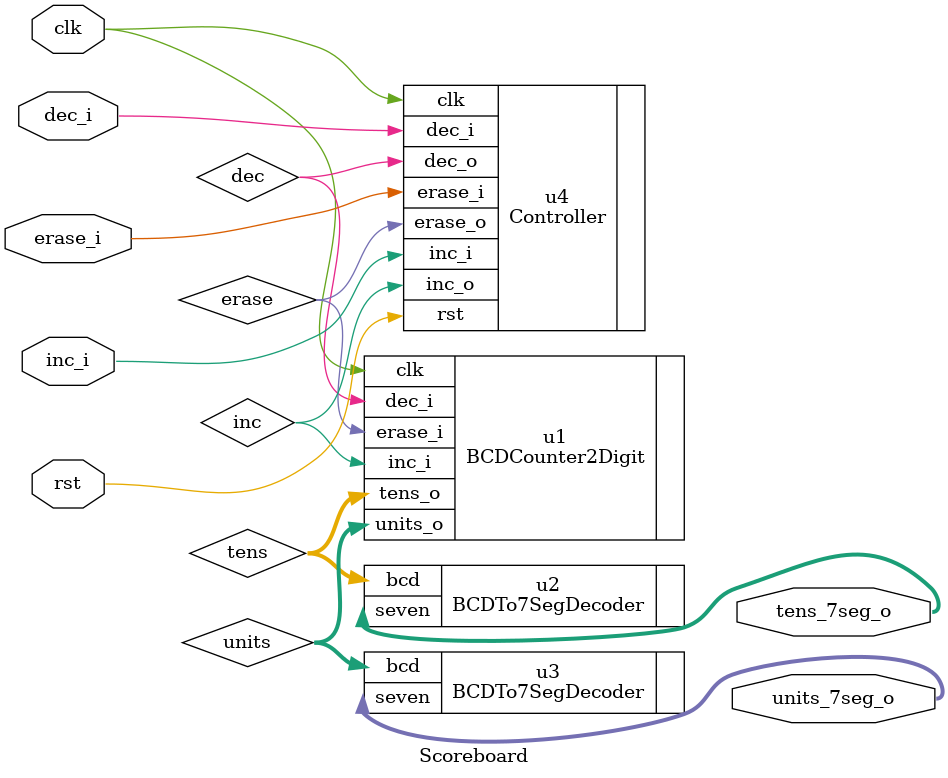
<source format=v>
module Scoreboard (
    input inc_i, dec_i, erase_i,
    input clk, rst,
    output [7 : 1] tens_7seg_o, units_7seg_o
);
    wire [4-1 : 0] tens, units;

    BCDCounter2Digit u1 (
        .inc_i(inc), .dec_i(dec), .erase_i(erase),
        .clk(clk),
        .tens_o(tens), .units_o(units)
    );

    BCDTo7SegDecoder u2 (
        .bcd(tens),
        .seven(tens_7seg_o)
    );

    BCDTo7SegDecoder u3 (
        .bcd(units),
        .seven(units_7seg_o)
    );

    wire inc, dec, erase;

    Controller u4 (
        .inc_i(inc_i), .dec_i(dec_i), .erase_i(erase_i),
        .clk(clk), .rst(rst),
        .inc_o(inc), .dec_o(dec), .erase_o(erase)
    );
endmodule

</source>
